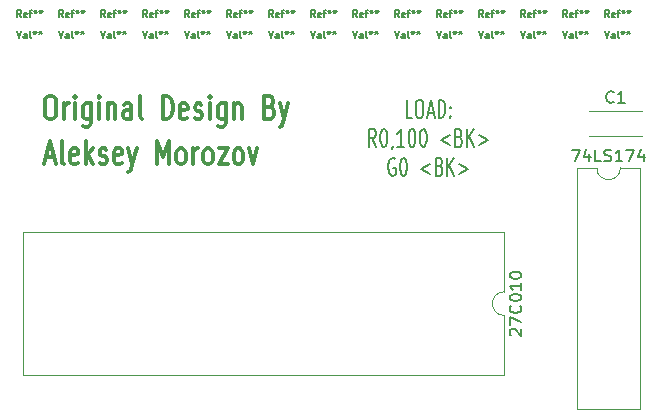
<source format=gbr>
G04 #@! TF.GenerationSoftware,KiCad,Pcbnew,(5.1.4)-1*
G04 #@! TF.CreationDate,2019-11-15T07:05:28+03:00*
G04 #@! TF.ProjectId,ApogeeRom,41706f67-6565-4526-9f6d-2e6b69636164,rev?*
G04 #@! TF.SameCoordinates,Original*
G04 #@! TF.FileFunction,Legend,Top*
G04 #@! TF.FilePolarity,Positive*
%FSLAX46Y46*%
G04 Gerber Fmt 4.6, Leading zero omitted, Abs format (unit mm)*
G04 Created by KiCad (PCBNEW (5.1.4)-1) date 2019-11-15 07:05:28*
%MOMM*%
%LPD*%
G04 APERTURE LIST*
%ADD10C,0.200000*%
%ADD11C,0.300000*%
%ADD12C,0.120000*%
%ADD13C,0.150000*%
%ADD14C,0.127000*%
G04 APERTURE END LIST*
D10*
X137049047Y-74428571D02*
X136572857Y-74428571D01*
X136572857Y-72928571D01*
X137572857Y-72928571D02*
X137763333Y-72928571D01*
X137858571Y-73000000D01*
X137953809Y-73142857D01*
X138001428Y-73428571D01*
X138001428Y-73928571D01*
X137953809Y-74214285D01*
X137858571Y-74357142D01*
X137763333Y-74428571D01*
X137572857Y-74428571D01*
X137477619Y-74357142D01*
X137382380Y-74214285D01*
X137334761Y-73928571D01*
X137334761Y-73428571D01*
X137382380Y-73142857D01*
X137477619Y-73000000D01*
X137572857Y-72928571D01*
X138382380Y-74000000D02*
X138858571Y-74000000D01*
X138287142Y-74428571D02*
X138620476Y-72928571D01*
X138953809Y-74428571D01*
X139287142Y-74428571D02*
X139287142Y-72928571D01*
X139525238Y-72928571D01*
X139668095Y-73000000D01*
X139763333Y-73142857D01*
X139810952Y-73285714D01*
X139858571Y-73571428D01*
X139858571Y-73785714D01*
X139810952Y-74071428D01*
X139763333Y-74214285D01*
X139668095Y-74357142D01*
X139525238Y-74428571D01*
X139287142Y-74428571D01*
X140287142Y-74285714D02*
X140334761Y-74357142D01*
X140287142Y-74428571D01*
X140239523Y-74357142D01*
X140287142Y-74285714D01*
X140287142Y-74428571D01*
X140287142Y-73500000D02*
X140334761Y-73571428D01*
X140287142Y-73642857D01*
X140239523Y-73571428D01*
X140287142Y-73500000D01*
X140287142Y-73642857D01*
X133977619Y-76878571D02*
X133644285Y-76164285D01*
X133406190Y-76878571D02*
X133406190Y-75378571D01*
X133787142Y-75378571D01*
X133882380Y-75450000D01*
X133930000Y-75521428D01*
X133977619Y-75664285D01*
X133977619Y-75878571D01*
X133930000Y-76021428D01*
X133882380Y-76092857D01*
X133787142Y-76164285D01*
X133406190Y-76164285D01*
X134596666Y-75378571D02*
X134691904Y-75378571D01*
X134787142Y-75450000D01*
X134834761Y-75521428D01*
X134882380Y-75664285D01*
X134930000Y-75950000D01*
X134930000Y-76307142D01*
X134882380Y-76592857D01*
X134834761Y-76735714D01*
X134787142Y-76807142D01*
X134691904Y-76878571D01*
X134596666Y-76878571D01*
X134501428Y-76807142D01*
X134453809Y-76735714D01*
X134406190Y-76592857D01*
X134358571Y-76307142D01*
X134358571Y-75950000D01*
X134406190Y-75664285D01*
X134453809Y-75521428D01*
X134501428Y-75450000D01*
X134596666Y-75378571D01*
X135406190Y-76807142D02*
X135406190Y-76878571D01*
X135358571Y-77021428D01*
X135310952Y-77092857D01*
X136358571Y-76878571D02*
X135787142Y-76878571D01*
X136072857Y-76878571D02*
X136072857Y-75378571D01*
X135977619Y-75592857D01*
X135882380Y-75735714D01*
X135787142Y-75807142D01*
X136977619Y-75378571D02*
X137072857Y-75378571D01*
X137168095Y-75450000D01*
X137215714Y-75521428D01*
X137263333Y-75664285D01*
X137310952Y-75950000D01*
X137310952Y-76307142D01*
X137263333Y-76592857D01*
X137215714Y-76735714D01*
X137168095Y-76807142D01*
X137072857Y-76878571D01*
X136977619Y-76878571D01*
X136882380Y-76807142D01*
X136834761Y-76735714D01*
X136787142Y-76592857D01*
X136739523Y-76307142D01*
X136739523Y-75950000D01*
X136787142Y-75664285D01*
X136834761Y-75521428D01*
X136882380Y-75450000D01*
X136977619Y-75378571D01*
X137930000Y-75378571D02*
X138025238Y-75378571D01*
X138120476Y-75450000D01*
X138168095Y-75521428D01*
X138215714Y-75664285D01*
X138263333Y-75950000D01*
X138263333Y-76307142D01*
X138215714Y-76592857D01*
X138168095Y-76735714D01*
X138120476Y-76807142D01*
X138025238Y-76878571D01*
X137930000Y-76878571D01*
X137834761Y-76807142D01*
X137787142Y-76735714D01*
X137739523Y-76592857D01*
X137691904Y-76307142D01*
X137691904Y-75950000D01*
X137739523Y-75664285D01*
X137787142Y-75521428D01*
X137834761Y-75450000D01*
X137930000Y-75378571D01*
X140215714Y-75878571D02*
X139453809Y-76307142D01*
X140215714Y-76735714D01*
X141025238Y-76092857D02*
X141168095Y-76164285D01*
X141215714Y-76235714D01*
X141263333Y-76378571D01*
X141263333Y-76592857D01*
X141215714Y-76735714D01*
X141168095Y-76807142D01*
X141072857Y-76878571D01*
X140691904Y-76878571D01*
X140691904Y-75378571D01*
X141025238Y-75378571D01*
X141120476Y-75450000D01*
X141168095Y-75521428D01*
X141215714Y-75664285D01*
X141215714Y-75807142D01*
X141168095Y-75950000D01*
X141120476Y-76021428D01*
X141025238Y-76092857D01*
X140691904Y-76092857D01*
X141691904Y-76878571D02*
X141691904Y-75378571D01*
X142263333Y-76878571D02*
X141834761Y-76021428D01*
X142263333Y-75378571D02*
X141691904Y-76235714D01*
X142691904Y-75878571D02*
X143453809Y-76307142D01*
X142691904Y-76735714D01*
X135596666Y-77900000D02*
X135501428Y-77828571D01*
X135358571Y-77828571D01*
X135215714Y-77900000D01*
X135120476Y-78042857D01*
X135072857Y-78185714D01*
X135025238Y-78471428D01*
X135025238Y-78685714D01*
X135072857Y-78971428D01*
X135120476Y-79114285D01*
X135215714Y-79257142D01*
X135358571Y-79328571D01*
X135453809Y-79328571D01*
X135596666Y-79257142D01*
X135644285Y-79185714D01*
X135644285Y-78685714D01*
X135453809Y-78685714D01*
X136263333Y-77828571D02*
X136358571Y-77828571D01*
X136453809Y-77900000D01*
X136501428Y-77971428D01*
X136549047Y-78114285D01*
X136596666Y-78400000D01*
X136596666Y-78757142D01*
X136549047Y-79042857D01*
X136501428Y-79185714D01*
X136453809Y-79257142D01*
X136358571Y-79328571D01*
X136263333Y-79328571D01*
X136168095Y-79257142D01*
X136120476Y-79185714D01*
X136072857Y-79042857D01*
X136025238Y-78757142D01*
X136025238Y-78400000D01*
X136072857Y-78114285D01*
X136120476Y-77971428D01*
X136168095Y-77900000D01*
X136263333Y-77828571D01*
X138549047Y-78328571D02*
X137787142Y-78757142D01*
X138549047Y-79185714D01*
X139358571Y-78542857D02*
X139501428Y-78614285D01*
X139549047Y-78685714D01*
X139596666Y-78828571D01*
X139596666Y-79042857D01*
X139549047Y-79185714D01*
X139501428Y-79257142D01*
X139406190Y-79328571D01*
X139025238Y-79328571D01*
X139025238Y-77828571D01*
X139358571Y-77828571D01*
X139453809Y-77900000D01*
X139501428Y-77971428D01*
X139549047Y-78114285D01*
X139549047Y-78257142D01*
X139501428Y-78400000D01*
X139453809Y-78471428D01*
X139358571Y-78542857D01*
X139025238Y-78542857D01*
X140025238Y-79328571D02*
X140025238Y-77828571D01*
X140596666Y-79328571D02*
X140168095Y-78471428D01*
X140596666Y-77828571D02*
X140025238Y-78685714D01*
X141025238Y-78328571D02*
X141787142Y-78757142D01*
X141025238Y-79185714D01*
D11*
X106006428Y-77803333D02*
X106720714Y-77803333D01*
X105863571Y-78374761D02*
X106363571Y-76374761D01*
X106863571Y-78374761D01*
X107577857Y-78374761D02*
X107435000Y-78279523D01*
X107363571Y-78089047D01*
X107363571Y-76374761D01*
X108720714Y-78279523D02*
X108577857Y-78374761D01*
X108292142Y-78374761D01*
X108149285Y-78279523D01*
X108077857Y-78089047D01*
X108077857Y-77327142D01*
X108149285Y-77136666D01*
X108292142Y-77041428D01*
X108577857Y-77041428D01*
X108720714Y-77136666D01*
X108792142Y-77327142D01*
X108792142Y-77517619D01*
X108077857Y-77708095D01*
X109435000Y-78374761D02*
X109435000Y-76374761D01*
X109577857Y-77612857D02*
X110006428Y-78374761D01*
X110006428Y-77041428D02*
X109435000Y-77803333D01*
X110577857Y-78279523D02*
X110720714Y-78374761D01*
X111006428Y-78374761D01*
X111149285Y-78279523D01*
X111220714Y-78089047D01*
X111220714Y-77993809D01*
X111149285Y-77803333D01*
X111006428Y-77708095D01*
X110792142Y-77708095D01*
X110649285Y-77612857D01*
X110577857Y-77422380D01*
X110577857Y-77327142D01*
X110649285Y-77136666D01*
X110792142Y-77041428D01*
X111006428Y-77041428D01*
X111149285Y-77136666D01*
X112435000Y-78279523D02*
X112292142Y-78374761D01*
X112006428Y-78374761D01*
X111863571Y-78279523D01*
X111792142Y-78089047D01*
X111792142Y-77327142D01*
X111863571Y-77136666D01*
X112006428Y-77041428D01*
X112292142Y-77041428D01*
X112435000Y-77136666D01*
X112506428Y-77327142D01*
X112506428Y-77517619D01*
X111792142Y-77708095D01*
X113006428Y-77041428D02*
X113363571Y-78374761D01*
X113720714Y-77041428D02*
X113363571Y-78374761D01*
X113220714Y-78850952D01*
X113149285Y-78946190D01*
X113006428Y-79041428D01*
X115435000Y-78374761D02*
X115435000Y-76374761D01*
X115935000Y-77803333D01*
X116435000Y-76374761D01*
X116435000Y-78374761D01*
X117363571Y-78374761D02*
X117220714Y-78279523D01*
X117149285Y-78184285D01*
X117077857Y-77993809D01*
X117077857Y-77422380D01*
X117149285Y-77231904D01*
X117220714Y-77136666D01*
X117363571Y-77041428D01*
X117577857Y-77041428D01*
X117720714Y-77136666D01*
X117792142Y-77231904D01*
X117863571Y-77422380D01*
X117863571Y-77993809D01*
X117792142Y-78184285D01*
X117720714Y-78279523D01*
X117577857Y-78374761D01*
X117363571Y-78374761D01*
X118506428Y-78374761D02*
X118506428Y-77041428D01*
X118506428Y-77422380D02*
X118577857Y-77231904D01*
X118649285Y-77136666D01*
X118792142Y-77041428D01*
X118935000Y-77041428D01*
X119649285Y-78374761D02*
X119506428Y-78279523D01*
X119435000Y-78184285D01*
X119363571Y-77993809D01*
X119363571Y-77422380D01*
X119435000Y-77231904D01*
X119506428Y-77136666D01*
X119649285Y-77041428D01*
X119863571Y-77041428D01*
X120006428Y-77136666D01*
X120077857Y-77231904D01*
X120149285Y-77422380D01*
X120149285Y-77993809D01*
X120077857Y-78184285D01*
X120006428Y-78279523D01*
X119863571Y-78374761D01*
X119649285Y-78374761D01*
X120649285Y-77041428D02*
X121435000Y-77041428D01*
X120649285Y-78374761D01*
X121435000Y-78374761D01*
X122220714Y-78374761D02*
X122077857Y-78279523D01*
X122006428Y-78184285D01*
X121935000Y-77993809D01*
X121935000Y-77422380D01*
X122006428Y-77231904D01*
X122077857Y-77136666D01*
X122220714Y-77041428D01*
X122435000Y-77041428D01*
X122577857Y-77136666D01*
X122649285Y-77231904D01*
X122720714Y-77422380D01*
X122720714Y-77993809D01*
X122649285Y-78184285D01*
X122577857Y-78279523D01*
X122435000Y-78374761D01*
X122220714Y-78374761D01*
X123220714Y-77041428D02*
X123577857Y-78374761D01*
X123935000Y-77041428D01*
X106276428Y-72564761D02*
X106562142Y-72564761D01*
X106705000Y-72660000D01*
X106847857Y-72850476D01*
X106919285Y-73231428D01*
X106919285Y-73898095D01*
X106847857Y-74279047D01*
X106705000Y-74469523D01*
X106562142Y-74564761D01*
X106276428Y-74564761D01*
X106133571Y-74469523D01*
X105990714Y-74279047D01*
X105919285Y-73898095D01*
X105919285Y-73231428D01*
X105990714Y-72850476D01*
X106133571Y-72660000D01*
X106276428Y-72564761D01*
X107562142Y-74564761D02*
X107562142Y-73231428D01*
X107562142Y-73612380D02*
X107633571Y-73421904D01*
X107705000Y-73326666D01*
X107847857Y-73231428D01*
X107990714Y-73231428D01*
X108490714Y-74564761D02*
X108490714Y-73231428D01*
X108490714Y-72564761D02*
X108419285Y-72660000D01*
X108490714Y-72755238D01*
X108562142Y-72660000D01*
X108490714Y-72564761D01*
X108490714Y-72755238D01*
X109847857Y-73231428D02*
X109847857Y-74850476D01*
X109776428Y-75040952D01*
X109705000Y-75136190D01*
X109562142Y-75231428D01*
X109347857Y-75231428D01*
X109205000Y-75136190D01*
X109847857Y-74469523D02*
X109705000Y-74564761D01*
X109419285Y-74564761D01*
X109276428Y-74469523D01*
X109205000Y-74374285D01*
X109133571Y-74183809D01*
X109133571Y-73612380D01*
X109205000Y-73421904D01*
X109276428Y-73326666D01*
X109419285Y-73231428D01*
X109705000Y-73231428D01*
X109847857Y-73326666D01*
X110562142Y-74564761D02*
X110562142Y-73231428D01*
X110562142Y-72564761D02*
X110490714Y-72660000D01*
X110562142Y-72755238D01*
X110633571Y-72660000D01*
X110562142Y-72564761D01*
X110562142Y-72755238D01*
X111276428Y-73231428D02*
X111276428Y-74564761D01*
X111276428Y-73421904D02*
X111347857Y-73326666D01*
X111490714Y-73231428D01*
X111705000Y-73231428D01*
X111847857Y-73326666D01*
X111919285Y-73517142D01*
X111919285Y-74564761D01*
X113276428Y-74564761D02*
X113276428Y-73517142D01*
X113205000Y-73326666D01*
X113062142Y-73231428D01*
X112776428Y-73231428D01*
X112633571Y-73326666D01*
X113276428Y-74469523D02*
X113133571Y-74564761D01*
X112776428Y-74564761D01*
X112633571Y-74469523D01*
X112562142Y-74279047D01*
X112562142Y-74088571D01*
X112633571Y-73898095D01*
X112776428Y-73802857D01*
X113133571Y-73802857D01*
X113276428Y-73707619D01*
X114205000Y-74564761D02*
X114062142Y-74469523D01*
X113990714Y-74279047D01*
X113990714Y-72564761D01*
X115919285Y-74564761D02*
X115919285Y-72564761D01*
X116276428Y-72564761D01*
X116490714Y-72660000D01*
X116633571Y-72850476D01*
X116705000Y-73040952D01*
X116776428Y-73421904D01*
X116776428Y-73707619D01*
X116705000Y-74088571D01*
X116633571Y-74279047D01*
X116490714Y-74469523D01*
X116276428Y-74564761D01*
X115919285Y-74564761D01*
X117990714Y-74469523D02*
X117847857Y-74564761D01*
X117562142Y-74564761D01*
X117419285Y-74469523D01*
X117347857Y-74279047D01*
X117347857Y-73517142D01*
X117419285Y-73326666D01*
X117562142Y-73231428D01*
X117847857Y-73231428D01*
X117990714Y-73326666D01*
X118062142Y-73517142D01*
X118062142Y-73707619D01*
X117347857Y-73898095D01*
X118633571Y-74469523D02*
X118776428Y-74564761D01*
X119062142Y-74564761D01*
X119205000Y-74469523D01*
X119276428Y-74279047D01*
X119276428Y-74183809D01*
X119205000Y-73993333D01*
X119062142Y-73898095D01*
X118847857Y-73898095D01*
X118705000Y-73802857D01*
X118633571Y-73612380D01*
X118633571Y-73517142D01*
X118705000Y-73326666D01*
X118847857Y-73231428D01*
X119062142Y-73231428D01*
X119205000Y-73326666D01*
X119919285Y-74564761D02*
X119919285Y-73231428D01*
X119919285Y-72564761D02*
X119847857Y-72660000D01*
X119919285Y-72755238D01*
X119990714Y-72660000D01*
X119919285Y-72564761D01*
X119919285Y-72755238D01*
X121276428Y-73231428D02*
X121276428Y-74850476D01*
X121205000Y-75040952D01*
X121133571Y-75136190D01*
X120990714Y-75231428D01*
X120776428Y-75231428D01*
X120633571Y-75136190D01*
X121276428Y-74469523D02*
X121133571Y-74564761D01*
X120847857Y-74564761D01*
X120705000Y-74469523D01*
X120633571Y-74374285D01*
X120562142Y-74183809D01*
X120562142Y-73612380D01*
X120633571Y-73421904D01*
X120705000Y-73326666D01*
X120847857Y-73231428D01*
X121133571Y-73231428D01*
X121276428Y-73326666D01*
X121990714Y-73231428D02*
X121990714Y-74564761D01*
X121990714Y-73421904D02*
X122062142Y-73326666D01*
X122205000Y-73231428D01*
X122419285Y-73231428D01*
X122562142Y-73326666D01*
X122633571Y-73517142D01*
X122633571Y-74564761D01*
X124990714Y-73517142D02*
X125205000Y-73612380D01*
X125276428Y-73707619D01*
X125347857Y-73898095D01*
X125347857Y-74183809D01*
X125276428Y-74374285D01*
X125205000Y-74469523D01*
X125062142Y-74564761D01*
X124490714Y-74564761D01*
X124490714Y-72564761D01*
X124990714Y-72564761D01*
X125133571Y-72660000D01*
X125205000Y-72755238D01*
X125276428Y-72945714D01*
X125276428Y-73136190D01*
X125205000Y-73326666D01*
X125133571Y-73421904D01*
X124990714Y-73517142D01*
X124490714Y-73517142D01*
X125847857Y-73231428D02*
X126205000Y-74564761D01*
X126562142Y-73231428D02*
X126205000Y-74564761D01*
X126062142Y-75040952D01*
X125990714Y-75136190D01*
X125847857Y-75231428D01*
D12*
X156535000Y-75985000D02*
X156535000Y-76000000D01*
X156535000Y-73860000D02*
X156535000Y-73875000D01*
X151995000Y-75985000D02*
X151995000Y-76000000D01*
X151995000Y-73860000D02*
X151995000Y-73875000D01*
X151995000Y-76000000D02*
X156535000Y-76000000D01*
X151995000Y-73860000D02*
X156535000Y-73860000D01*
X156320000Y-78680000D02*
X154670000Y-78680000D01*
X156320000Y-99120000D02*
X156320000Y-78680000D01*
X151020000Y-99120000D02*
X156320000Y-99120000D01*
X151020000Y-78680000D02*
X151020000Y-99120000D01*
X152670000Y-78680000D02*
X151020000Y-78680000D01*
X154670000Y-78680000D02*
G75*
G02X152670000Y-78680000I-1000000J0D01*
G01*
X144840000Y-96230000D02*
X144840000Y-91170000D01*
X104080000Y-96230000D02*
X144840000Y-96230000D01*
X104080000Y-84110000D02*
X104080000Y-96230000D01*
X144840000Y-84110000D02*
X104080000Y-84110000D01*
X144840000Y-89170000D02*
X144840000Y-84110000D01*
X144840000Y-91170000D02*
G75*
G02X144840000Y-89170000I0J1000000D01*
G01*
D13*
X154098333Y-73087142D02*
X154050714Y-73134761D01*
X153907857Y-73182380D01*
X153812619Y-73182380D01*
X153669761Y-73134761D01*
X153574523Y-73039523D01*
X153526904Y-72944285D01*
X153479285Y-72753809D01*
X153479285Y-72610952D01*
X153526904Y-72420476D01*
X153574523Y-72325238D01*
X153669761Y-72230000D01*
X153812619Y-72182380D01*
X153907857Y-72182380D01*
X154050714Y-72230000D01*
X154098333Y-72277619D01*
X155050714Y-73182380D02*
X154479285Y-73182380D01*
X154765000Y-73182380D02*
X154765000Y-72182380D01*
X154669761Y-72325238D01*
X154574523Y-72420476D01*
X154479285Y-72468095D01*
D14*
X103936800Y-65934771D02*
X103733600Y-65644485D01*
X103588457Y-65934771D02*
X103588457Y-65325171D01*
X103820685Y-65325171D01*
X103878742Y-65354200D01*
X103907771Y-65383228D01*
X103936800Y-65441285D01*
X103936800Y-65528371D01*
X103907771Y-65586428D01*
X103878742Y-65615457D01*
X103820685Y-65644485D01*
X103588457Y-65644485D01*
X104430285Y-65905742D02*
X104372228Y-65934771D01*
X104256114Y-65934771D01*
X104198057Y-65905742D01*
X104169028Y-65847685D01*
X104169028Y-65615457D01*
X104198057Y-65557400D01*
X104256114Y-65528371D01*
X104372228Y-65528371D01*
X104430285Y-65557400D01*
X104459314Y-65615457D01*
X104459314Y-65673514D01*
X104169028Y-65731571D01*
X104633485Y-65528371D02*
X104865714Y-65528371D01*
X104720571Y-65934771D02*
X104720571Y-65412257D01*
X104749600Y-65354200D01*
X104807657Y-65325171D01*
X104865714Y-65325171D01*
X105156000Y-65325171D02*
X105156000Y-65470314D01*
X105010857Y-65412257D02*
X105156000Y-65470314D01*
X105301142Y-65412257D01*
X105068914Y-65586428D02*
X105156000Y-65470314D01*
X105243085Y-65586428D01*
X105620457Y-65325171D02*
X105620457Y-65470314D01*
X105475314Y-65412257D02*
X105620457Y-65470314D01*
X105765600Y-65412257D01*
X105533371Y-65586428D02*
X105620457Y-65470314D01*
X105707542Y-65586428D01*
X103544914Y-67103171D02*
X103748114Y-67712771D01*
X103951314Y-67103171D01*
X104415771Y-67712771D02*
X104415771Y-67393457D01*
X104386742Y-67335400D01*
X104328685Y-67306371D01*
X104212571Y-67306371D01*
X104154514Y-67335400D01*
X104415771Y-67683742D02*
X104357714Y-67712771D01*
X104212571Y-67712771D01*
X104154514Y-67683742D01*
X104125485Y-67625685D01*
X104125485Y-67567628D01*
X104154514Y-67509571D01*
X104212571Y-67480542D01*
X104357714Y-67480542D01*
X104415771Y-67451514D01*
X104793142Y-67712771D02*
X104735085Y-67683742D01*
X104706057Y-67625685D01*
X104706057Y-67103171D01*
X105112457Y-67103171D02*
X105112457Y-67248314D01*
X104967314Y-67190257D02*
X105112457Y-67248314D01*
X105257600Y-67190257D01*
X105025371Y-67364428D02*
X105112457Y-67248314D01*
X105199542Y-67364428D01*
X105576914Y-67103171D02*
X105576914Y-67248314D01*
X105431771Y-67190257D02*
X105576914Y-67248314D01*
X105722057Y-67190257D01*
X105489828Y-67364428D02*
X105576914Y-67248314D01*
X105664000Y-67364428D01*
X107492800Y-65934771D02*
X107289600Y-65644485D01*
X107144457Y-65934771D02*
X107144457Y-65325171D01*
X107376685Y-65325171D01*
X107434742Y-65354200D01*
X107463771Y-65383228D01*
X107492800Y-65441285D01*
X107492800Y-65528371D01*
X107463771Y-65586428D01*
X107434742Y-65615457D01*
X107376685Y-65644485D01*
X107144457Y-65644485D01*
X107986285Y-65905742D02*
X107928228Y-65934771D01*
X107812114Y-65934771D01*
X107754057Y-65905742D01*
X107725028Y-65847685D01*
X107725028Y-65615457D01*
X107754057Y-65557400D01*
X107812114Y-65528371D01*
X107928228Y-65528371D01*
X107986285Y-65557400D01*
X108015314Y-65615457D01*
X108015314Y-65673514D01*
X107725028Y-65731571D01*
X108189485Y-65528371D02*
X108421714Y-65528371D01*
X108276571Y-65934771D02*
X108276571Y-65412257D01*
X108305600Y-65354200D01*
X108363657Y-65325171D01*
X108421714Y-65325171D01*
X108712000Y-65325171D02*
X108712000Y-65470314D01*
X108566857Y-65412257D02*
X108712000Y-65470314D01*
X108857142Y-65412257D01*
X108624914Y-65586428D02*
X108712000Y-65470314D01*
X108799085Y-65586428D01*
X109176457Y-65325171D02*
X109176457Y-65470314D01*
X109031314Y-65412257D02*
X109176457Y-65470314D01*
X109321600Y-65412257D01*
X109089371Y-65586428D02*
X109176457Y-65470314D01*
X109263542Y-65586428D01*
X107100914Y-67103171D02*
X107304114Y-67712771D01*
X107507314Y-67103171D01*
X107971771Y-67712771D02*
X107971771Y-67393457D01*
X107942742Y-67335400D01*
X107884685Y-67306371D01*
X107768571Y-67306371D01*
X107710514Y-67335400D01*
X107971771Y-67683742D02*
X107913714Y-67712771D01*
X107768571Y-67712771D01*
X107710514Y-67683742D01*
X107681485Y-67625685D01*
X107681485Y-67567628D01*
X107710514Y-67509571D01*
X107768571Y-67480542D01*
X107913714Y-67480542D01*
X107971771Y-67451514D01*
X108349142Y-67712771D02*
X108291085Y-67683742D01*
X108262057Y-67625685D01*
X108262057Y-67103171D01*
X108668457Y-67103171D02*
X108668457Y-67248314D01*
X108523314Y-67190257D02*
X108668457Y-67248314D01*
X108813600Y-67190257D01*
X108581371Y-67364428D02*
X108668457Y-67248314D01*
X108755542Y-67364428D01*
X109132914Y-67103171D02*
X109132914Y-67248314D01*
X108987771Y-67190257D02*
X109132914Y-67248314D01*
X109278057Y-67190257D01*
X109045828Y-67364428D02*
X109132914Y-67248314D01*
X109220000Y-67364428D01*
X111048800Y-65934771D02*
X110845600Y-65644485D01*
X110700457Y-65934771D02*
X110700457Y-65325171D01*
X110932685Y-65325171D01*
X110990742Y-65354200D01*
X111019771Y-65383228D01*
X111048800Y-65441285D01*
X111048800Y-65528371D01*
X111019771Y-65586428D01*
X110990742Y-65615457D01*
X110932685Y-65644485D01*
X110700457Y-65644485D01*
X111542285Y-65905742D02*
X111484228Y-65934771D01*
X111368114Y-65934771D01*
X111310057Y-65905742D01*
X111281028Y-65847685D01*
X111281028Y-65615457D01*
X111310057Y-65557400D01*
X111368114Y-65528371D01*
X111484228Y-65528371D01*
X111542285Y-65557400D01*
X111571314Y-65615457D01*
X111571314Y-65673514D01*
X111281028Y-65731571D01*
X111745485Y-65528371D02*
X111977714Y-65528371D01*
X111832571Y-65934771D02*
X111832571Y-65412257D01*
X111861600Y-65354200D01*
X111919657Y-65325171D01*
X111977714Y-65325171D01*
X112268000Y-65325171D02*
X112268000Y-65470314D01*
X112122857Y-65412257D02*
X112268000Y-65470314D01*
X112413142Y-65412257D01*
X112180914Y-65586428D02*
X112268000Y-65470314D01*
X112355085Y-65586428D01*
X112732457Y-65325171D02*
X112732457Y-65470314D01*
X112587314Y-65412257D02*
X112732457Y-65470314D01*
X112877600Y-65412257D01*
X112645371Y-65586428D02*
X112732457Y-65470314D01*
X112819542Y-65586428D01*
X110656914Y-67103171D02*
X110860114Y-67712771D01*
X111063314Y-67103171D01*
X111527771Y-67712771D02*
X111527771Y-67393457D01*
X111498742Y-67335400D01*
X111440685Y-67306371D01*
X111324571Y-67306371D01*
X111266514Y-67335400D01*
X111527771Y-67683742D02*
X111469714Y-67712771D01*
X111324571Y-67712771D01*
X111266514Y-67683742D01*
X111237485Y-67625685D01*
X111237485Y-67567628D01*
X111266514Y-67509571D01*
X111324571Y-67480542D01*
X111469714Y-67480542D01*
X111527771Y-67451514D01*
X111905142Y-67712771D02*
X111847085Y-67683742D01*
X111818057Y-67625685D01*
X111818057Y-67103171D01*
X112224457Y-67103171D02*
X112224457Y-67248314D01*
X112079314Y-67190257D02*
X112224457Y-67248314D01*
X112369600Y-67190257D01*
X112137371Y-67364428D02*
X112224457Y-67248314D01*
X112311542Y-67364428D01*
X112688914Y-67103171D02*
X112688914Y-67248314D01*
X112543771Y-67190257D02*
X112688914Y-67248314D01*
X112834057Y-67190257D01*
X112601828Y-67364428D02*
X112688914Y-67248314D01*
X112776000Y-67364428D01*
X114604800Y-65934771D02*
X114401600Y-65644485D01*
X114256457Y-65934771D02*
X114256457Y-65325171D01*
X114488685Y-65325171D01*
X114546742Y-65354200D01*
X114575771Y-65383228D01*
X114604800Y-65441285D01*
X114604800Y-65528371D01*
X114575771Y-65586428D01*
X114546742Y-65615457D01*
X114488685Y-65644485D01*
X114256457Y-65644485D01*
X115098285Y-65905742D02*
X115040228Y-65934771D01*
X114924114Y-65934771D01*
X114866057Y-65905742D01*
X114837028Y-65847685D01*
X114837028Y-65615457D01*
X114866057Y-65557400D01*
X114924114Y-65528371D01*
X115040228Y-65528371D01*
X115098285Y-65557400D01*
X115127314Y-65615457D01*
X115127314Y-65673514D01*
X114837028Y-65731571D01*
X115301485Y-65528371D02*
X115533714Y-65528371D01*
X115388571Y-65934771D02*
X115388571Y-65412257D01*
X115417600Y-65354200D01*
X115475657Y-65325171D01*
X115533714Y-65325171D01*
X115824000Y-65325171D02*
X115824000Y-65470314D01*
X115678857Y-65412257D02*
X115824000Y-65470314D01*
X115969142Y-65412257D01*
X115736914Y-65586428D02*
X115824000Y-65470314D01*
X115911085Y-65586428D01*
X116288457Y-65325171D02*
X116288457Y-65470314D01*
X116143314Y-65412257D02*
X116288457Y-65470314D01*
X116433600Y-65412257D01*
X116201371Y-65586428D02*
X116288457Y-65470314D01*
X116375542Y-65586428D01*
X114212914Y-67103171D02*
X114416114Y-67712771D01*
X114619314Y-67103171D01*
X115083771Y-67712771D02*
X115083771Y-67393457D01*
X115054742Y-67335400D01*
X114996685Y-67306371D01*
X114880571Y-67306371D01*
X114822514Y-67335400D01*
X115083771Y-67683742D02*
X115025714Y-67712771D01*
X114880571Y-67712771D01*
X114822514Y-67683742D01*
X114793485Y-67625685D01*
X114793485Y-67567628D01*
X114822514Y-67509571D01*
X114880571Y-67480542D01*
X115025714Y-67480542D01*
X115083771Y-67451514D01*
X115461142Y-67712771D02*
X115403085Y-67683742D01*
X115374057Y-67625685D01*
X115374057Y-67103171D01*
X115780457Y-67103171D02*
X115780457Y-67248314D01*
X115635314Y-67190257D02*
X115780457Y-67248314D01*
X115925600Y-67190257D01*
X115693371Y-67364428D02*
X115780457Y-67248314D01*
X115867542Y-67364428D01*
X116244914Y-67103171D02*
X116244914Y-67248314D01*
X116099771Y-67190257D02*
X116244914Y-67248314D01*
X116390057Y-67190257D01*
X116157828Y-67364428D02*
X116244914Y-67248314D01*
X116332000Y-67364428D01*
X118160800Y-65934771D02*
X117957600Y-65644485D01*
X117812457Y-65934771D02*
X117812457Y-65325171D01*
X118044685Y-65325171D01*
X118102742Y-65354200D01*
X118131771Y-65383228D01*
X118160800Y-65441285D01*
X118160800Y-65528371D01*
X118131771Y-65586428D01*
X118102742Y-65615457D01*
X118044685Y-65644485D01*
X117812457Y-65644485D01*
X118654285Y-65905742D02*
X118596228Y-65934771D01*
X118480114Y-65934771D01*
X118422057Y-65905742D01*
X118393028Y-65847685D01*
X118393028Y-65615457D01*
X118422057Y-65557400D01*
X118480114Y-65528371D01*
X118596228Y-65528371D01*
X118654285Y-65557400D01*
X118683314Y-65615457D01*
X118683314Y-65673514D01*
X118393028Y-65731571D01*
X118857485Y-65528371D02*
X119089714Y-65528371D01*
X118944571Y-65934771D02*
X118944571Y-65412257D01*
X118973600Y-65354200D01*
X119031657Y-65325171D01*
X119089714Y-65325171D01*
X119380000Y-65325171D02*
X119380000Y-65470314D01*
X119234857Y-65412257D02*
X119380000Y-65470314D01*
X119525142Y-65412257D01*
X119292914Y-65586428D02*
X119380000Y-65470314D01*
X119467085Y-65586428D01*
X119844457Y-65325171D02*
X119844457Y-65470314D01*
X119699314Y-65412257D02*
X119844457Y-65470314D01*
X119989600Y-65412257D01*
X119757371Y-65586428D02*
X119844457Y-65470314D01*
X119931542Y-65586428D01*
X117768914Y-67103171D02*
X117972114Y-67712771D01*
X118175314Y-67103171D01*
X118639771Y-67712771D02*
X118639771Y-67393457D01*
X118610742Y-67335400D01*
X118552685Y-67306371D01*
X118436571Y-67306371D01*
X118378514Y-67335400D01*
X118639771Y-67683742D02*
X118581714Y-67712771D01*
X118436571Y-67712771D01*
X118378514Y-67683742D01*
X118349485Y-67625685D01*
X118349485Y-67567628D01*
X118378514Y-67509571D01*
X118436571Y-67480542D01*
X118581714Y-67480542D01*
X118639771Y-67451514D01*
X119017142Y-67712771D02*
X118959085Y-67683742D01*
X118930057Y-67625685D01*
X118930057Y-67103171D01*
X119336457Y-67103171D02*
X119336457Y-67248314D01*
X119191314Y-67190257D02*
X119336457Y-67248314D01*
X119481600Y-67190257D01*
X119249371Y-67364428D02*
X119336457Y-67248314D01*
X119423542Y-67364428D01*
X119800914Y-67103171D02*
X119800914Y-67248314D01*
X119655771Y-67190257D02*
X119800914Y-67248314D01*
X119946057Y-67190257D01*
X119713828Y-67364428D02*
X119800914Y-67248314D01*
X119888000Y-67364428D01*
X121716800Y-65934771D02*
X121513600Y-65644485D01*
X121368457Y-65934771D02*
X121368457Y-65325171D01*
X121600685Y-65325171D01*
X121658742Y-65354200D01*
X121687771Y-65383228D01*
X121716800Y-65441285D01*
X121716800Y-65528371D01*
X121687771Y-65586428D01*
X121658742Y-65615457D01*
X121600685Y-65644485D01*
X121368457Y-65644485D01*
X122210285Y-65905742D02*
X122152228Y-65934771D01*
X122036114Y-65934771D01*
X121978057Y-65905742D01*
X121949028Y-65847685D01*
X121949028Y-65615457D01*
X121978057Y-65557400D01*
X122036114Y-65528371D01*
X122152228Y-65528371D01*
X122210285Y-65557400D01*
X122239314Y-65615457D01*
X122239314Y-65673514D01*
X121949028Y-65731571D01*
X122413485Y-65528371D02*
X122645714Y-65528371D01*
X122500571Y-65934771D02*
X122500571Y-65412257D01*
X122529600Y-65354200D01*
X122587657Y-65325171D01*
X122645714Y-65325171D01*
X122936000Y-65325171D02*
X122936000Y-65470314D01*
X122790857Y-65412257D02*
X122936000Y-65470314D01*
X123081142Y-65412257D01*
X122848914Y-65586428D02*
X122936000Y-65470314D01*
X123023085Y-65586428D01*
X123400457Y-65325171D02*
X123400457Y-65470314D01*
X123255314Y-65412257D02*
X123400457Y-65470314D01*
X123545600Y-65412257D01*
X123313371Y-65586428D02*
X123400457Y-65470314D01*
X123487542Y-65586428D01*
X121324914Y-67103171D02*
X121528114Y-67712771D01*
X121731314Y-67103171D01*
X122195771Y-67712771D02*
X122195771Y-67393457D01*
X122166742Y-67335400D01*
X122108685Y-67306371D01*
X121992571Y-67306371D01*
X121934514Y-67335400D01*
X122195771Y-67683742D02*
X122137714Y-67712771D01*
X121992571Y-67712771D01*
X121934514Y-67683742D01*
X121905485Y-67625685D01*
X121905485Y-67567628D01*
X121934514Y-67509571D01*
X121992571Y-67480542D01*
X122137714Y-67480542D01*
X122195771Y-67451514D01*
X122573142Y-67712771D02*
X122515085Y-67683742D01*
X122486057Y-67625685D01*
X122486057Y-67103171D01*
X122892457Y-67103171D02*
X122892457Y-67248314D01*
X122747314Y-67190257D02*
X122892457Y-67248314D01*
X123037600Y-67190257D01*
X122805371Y-67364428D02*
X122892457Y-67248314D01*
X122979542Y-67364428D01*
X123356914Y-67103171D02*
X123356914Y-67248314D01*
X123211771Y-67190257D02*
X123356914Y-67248314D01*
X123502057Y-67190257D01*
X123269828Y-67364428D02*
X123356914Y-67248314D01*
X123444000Y-67364428D01*
X125272800Y-65934771D02*
X125069600Y-65644485D01*
X124924457Y-65934771D02*
X124924457Y-65325171D01*
X125156685Y-65325171D01*
X125214742Y-65354200D01*
X125243771Y-65383228D01*
X125272800Y-65441285D01*
X125272800Y-65528371D01*
X125243771Y-65586428D01*
X125214742Y-65615457D01*
X125156685Y-65644485D01*
X124924457Y-65644485D01*
X125766285Y-65905742D02*
X125708228Y-65934771D01*
X125592114Y-65934771D01*
X125534057Y-65905742D01*
X125505028Y-65847685D01*
X125505028Y-65615457D01*
X125534057Y-65557400D01*
X125592114Y-65528371D01*
X125708228Y-65528371D01*
X125766285Y-65557400D01*
X125795314Y-65615457D01*
X125795314Y-65673514D01*
X125505028Y-65731571D01*
X125969485Y-65528371D02*
X126201714Y-65528371D01*
X126056571Y-65934771D02*
X126056571Y-65412257D01*
X126085600Y-65354200D01*
X126143657Y-65325171D01*
X126201714Y-65325171D01*
X126492000Y-65325171D02*
X126492000Y-65470314D01*
X126346857Y-65412257D02*
X126492000Y-65470314D01*
X126637142Y-65412257D01*
X126404914Y-65586428D02*
X126492000Y-65470314D01*
X126579085Y-65586428D01*
X126956457Y-65325171D02*
X126956457Y-65470314D01*
X126811314Y-65412257D02*
X126956457Y-65470314D01*
X127101600Y-65412257D01*
X126869371Y-65586428D02*
X126956457Y-65470314D01*
X127043542Y-65586428D01*
X124880914Y-67103171D02*
X125084114Y-67712771D01*
X125287314Y-67103171D01*
X125751771Y-67712771D02*
X125751771Y-67393457D01*
X125722742Y-67335400D01*
X125664685Y-67306371D01*
X125548571Y-67306371D01*
X125490514Y-67335400D01*
X125751771Y-67683742D02*
X125693714Y-67712771D01*
X125548571Y-67712771D01*
X125490514Y-67683742D01*
X125461485Y-67625685D01*
X125461485Y-67567628D01*
X125490514Y-67509571D01*
X125548571Y-67480542D01*
X125693714Y-67480542D01*
X125751771Y-67451514D01*
X126129142Y-67712771D02*
X126071085Y-67683742D01*
X126042057Y-67625685D01*
X126042057Y-67103171D01*
X126448457Y-67103171D02*
X126448457Y-67248314D01*
X126303314Y-67190257D02*
X126448457Y-67248314D01*
X126593600Y-67190257D01*
X126361371Y-67364428D02*
X126448457Y-67248314D01*
X126535542Y-67364428D01*
X126912914Y-67103171D02*
X126912914Y-67248314D01*
X126767771Y-67190257D02*
X126912914Y-67248314D01*
X127058057Y-67190257D01*
X126825828Y-67364428D02*
X126912914Y-67248314D01*
X127000000Y-67364428D01*
X128828800Y-65934771D02*
X128625600Y-65644485D01*
X128480457Y-65934771D02*
X128480457Y-65325171D01*
X128712685Y-65325171D01*
X128770742Y-65354200D01*
X128799771Y-65383228D01*
X128828800Y-65441285D01*
X128828800Y-65528371D01*
X128799771Y-65586428D01*
X128770742Y-65615457D01*
X128712685Y-65644485D01*
X128480457Y-65644485D01*
X129322285Y-65905742D02*
X129264228Y-65934771D01*
X129148114Y-65934771D01*
X129090057Y-65905742D01*
X129061028Y-65847685D01*
X129061028Y-65615457D01*
X129090057Y-65557400D01*
X129148114Y-65528371D01*
X129264228Y-65528371D01*
X129322285Y-65557400D01*
X129351314Y-65615457D01*
X129351314Y-65673514D01*
X129061028Y-65731571D01*
X129525485Y-65528371D02*
X129757714Y-65528371D01*
X129612571Y-65934771D02*
X129612571Y-65412257D01*
X129641600Y-65354200D01*
X129699657Y-65325171D01*
X129757714Y-65325171D01*
X130048000Y-65325171D02*
X130048000Y-65470314D01*
X129902857Y-65412257D02*
X130048000Y-65470314D01*
X130193142Y-65412257D01*
X129960914Y-65586428D02*
X130048000Y-65470314D01*
X130135085Y-65586428D01*
X130512457Y-65325171D02*
X130512457Y-65470314D01*
X130367314Y-65412257D02*
X130512457Y-65470314D01*
X130657600Y-65412257D01*
X130425371Y-65586428D02*
X130512457Y-65470314D01*
X130599542Y-65586428D01*
X128436914Y-67103171D02*
X128640114Y-67712771D01*
X128843314Y-67103171D01*
X129307771Y-67712771D02*
X129307771Y-67393457D01*
X129278742Y-67335400D01*
X129220685Y-67306371D01*
X129104571Y-67306371D01*
X129046514Y-67335400D01*
X129307771Y-67683742D02*
X129249714Y-67712771D01*
X129104571Y-67712771D01*
X129046514Y-67683742D01*
X129017485Y-67625685D01*
X129017485Y-67567628D01*
X129046514Y-67509571D01*
X129104571Y-67480542D01*
X129249714Y-67480542D01*
X129307771Y-67451514D01*
X129685142Y-67712771D02*
X129627085Y-67683742D01*
X129598057Y-67625685D01*
X129598057Y-67103171D01*
X130004457Y-67103171D02*
X130004457Y-67248314D01*
X129859314Y-67190257D02*
X130004457Y-67248314D01*
X130149600Y-67190257D01*
X129917371Y-67364428D02*
X130004457Y-67248314D01*
X130091542Y-67364428D01*
X130468914Y-67103171D02*
X130468914Y-67248314D01*
X130323771Y-67190257D02*
X130468914Y-67248314D01*
X130614057Y-67190257D01*
X130381828Y-67364428D02*
X130468914Y-67248314D01*
X130556000Y-67364428D01*
X132384800Y-65934771D02*
X132181600Y-65644485D01*
X132036457Y-65934771D02*
X132036457Y-65325171D01*
X132268685Y-65325171D01*
X132326742Y-65354200D01*
X132355771Y-65383228D01*
X132384800Y-65441285D01*
X132384800Y-65528371D01*
X132355771Y-65586428D01*
X132326742Y-65615457D01*
X132268685Y-65644485D01*
X132036457Y-65644485D01*
X132878285Y-65905742D02*
X132820228Y-65934771D01*
X132704114Y-65934771D01*
X132646057Y-65905742D01*
X132617028Y-65847685D01*
X132617028Y-65615457D01*
X132646057Y-65557400D01*
X132704114Y-65528371D01*
X132820228Y-65528371D01*
X132878285Y-65557400D01*
X132907314Y-65615457D01*
X132907314Y-65673514D01*
X132617028Y-65731571D01*
X133081485Y-65528371D02*
X133313714Y-65528371D01*
X133168571Y-65934771D02*
X133168571Y-65412257D01*
X133197600Y-65354200D01*
X133255657Y-65325171D01*
X133313714Y-65325171D01*
X133604000Y-65325171D02*
X133604000Y-65470314D01*
X133458857Y-65412257D02*
X133604000Y-65470314D01*
X133749142Y-65412257D01*
X133516914Y-65586428D02*
X133604000Y-65470314D01*
X133691085Y-65586428D01*
X134068457Y-65325171D02*
X134068457Y-65470314D01*
X133923314Y-65412257D02*
X134068457Y-65470314D01*
X134213600Y-65412257D01*
X133981371Y-65586428D02*
X134068457Y-65470314D01*
X134155542Y-65586428D01*
X131992914Y-67103171D02*
X132196114Y-67712771D01*
X132399314Y-67103171D01*
X132863771Y-67712771D02*
X132863771Y-67393457D01*
X132834742Y-67335400D01*
X132776685Y-67306371D01*
X132660571Y-67306371D01*
X132602514Y-67335400D01*
X132863771Y-67683742D02*
X132805714Y-67712771D01*
X132660571Y-67712771D01*
X132602514Y-67683742D01*
X132573485Y-67625685D01*
X132573485Y-67567628D01*
X132602514Y-67509571D01*
X132660571Y-67480542D01*
X132805714Y-67480542D01*
X132863771Y-67451514D01*
X133241142Y-67712771D02*
X133183085Y-67683742D01*
X133154057Y-67625685D01*
X133154057Y-67103171D01*
X133560457Y-67103171D02*
X133560457Y-67248314D01*
X133415314Y-67190257D02*
X133560457Y-67248314D01*
X133705600Y-67190257D01*
X133473371Y-67364428D02*
X133560457Y-67248314D01*
X133647542Y-67364428D01*
X134024914Y-67103171D02*
X134024914Y-67248314D01*
X133879771Y-67190257D02*
X134024914Y-67248314D01*
X134170057Y-67190257D01*
X133937828Y-67364428D02*
X134024914Y-67248314D01*
X134112000Y-67364428D01*
X135940800Y-65934771D02*
X135737600Y-65644485D01*
X135592457Y-65934771D02*
X135592457Y-65325171D01*
X135824685Y-65325171D01*
X135882742Y-65354200D01*
X135911771Y-65383228D01*
X135940800Y-65441285D01*
X135940800Y-65528371D01*
X135911771Y-65586428D01*
X135882742Y-65615457D01*
X135824685Y-65644485D01*
X135592457Y-65644485D01*
X136434285Y-65905742D02*
X136376228Y-65934771D01*
X136260114Y-65934771D01*
X136202057Y-65905742D01*
X136173028Y-65847685D01*
X136173028Y-65615457D01*
X136202057Y-65557400D01*
X136260114Y-65528371D01*
X136376228Y-65528371D01*
X136434285Y-65557400D01*
X136463314Y-65615457D01*
X136463314Y-65673514D01*
X136173028Y-65731571D01*
X136637485Y-65528371D02*
X136869714Y-65528371D01*
X136724571Y-65934771D02*
X136724571Y-65412257D01*
X136753600Y-65354200D01*
X136811657Y-65325171D01*
X136869714Y-65325171D01*
X137160000Y-65325171D02*
X137160000Y-65470314D01*
X137014857Y-65412257D02*
X137160000Y-65470314D01*
X137305142Y-65412257D01*
X137072914Y-65586428D02*
X137160000Y-65470314D01*
X137247085Y-65586428D01*
X137624457Y-65325171D02*
X137624457Y-65470314D01*
X137479314Y-65412257D02*
X137624457Y-65470314D01*
X137769600Y-65412257D01*
X137537371Y-65586428D02*
X137624457Y-65470314D01*
X137711542Y-65586428D01*
X135548914Y-67103171D02*
X135752114Y-67712771D01*
X135955314Y-67103171D01*
X136419771Y-67712771D02*
X136419771Y-67393457D01*
X136390742Y-67335400D01*
X136332685Y-67306371D01*
X136216571Y-67306371D01*
X136158514Y-67335400D01*
X136419771Y-67683742D02*
X136361714Y-67712771D01*
X136216571Y-67712771D01*
X136158514Y-67683742D01*
X136129485Y-67625685D01*
X136129485Y-67567628D01*
X136158514Y-67509571D01*
X136216571Y-67480542D01*
X136361714Y-67480542D01*
X136419771Y-67451514D01*
X136797142Y-67712771D02*
X136739085Y-67683742D01*
X136710057Y-67625685D01*
X136710057Y-67103171D01*
X137116457Y-67103171D02*
X137116457Y-67248314D01*
X136971314Y-67190257D02*
X137116457Y-67248314D01*
X137261600Y-67190257D01*
X137029371Y-67364428D02*
X137116457Y-67248314D01*
X137203542Y-67364428D01*
X137580914Y-67103171D02*
X137580914Y-67248314D01*
X137435771Y-67190257D02*
X137580914Y-67248314D01*
X137726057Y-67190257D01*
X137493828Y-67364428D02*
X137580914Y-67248314D01*
X137668000Y-67364428D01*
X139496800Y-65934771D02*
X139293600Y-65644485D01*
X139148457Y-65934771D02*
X139148457Y-65325171D01*
X139380685Y-65325171D01*
X139438742Y-65354200D01*
X139467771Y-65383228D01*
X139496800Y-65441285D01*
X139496800Y-65528371D01*
X139467771Y-65586428D01*
X139438742Y-65615457D01*
X139380685Y-65644485D01*
X139148457Y-65644485D01*
X139990285Y-65905742D02*
X139932228Y-65934771D01*
X139816114Y-65934771D01*
X139758057Y-65905742D01*
X139729028Y-65847685D01*
X139729028Y-65615457D01*
X139758057Y-65557400D01*
X139816114Y-65528371D01*
X139932228Y-65528371D01*
X139990285Y-65557400D01*
X140019314Y-65615457D01*
X140019314Y-65673514D01*
X139729028Y-65731571D01*
X140193485Y-65528371D02*
X140425714Y-65528371D01*
X140280571Y-65934771D02*
X140280571Y-65412257D01*
X140309600Y-65354200D01*
X140367657Y-65325171D01*
X140425714Y-65325171D01*
X140716000Y-65325171D02*
X140716000Y-65470314D01*
X140570857Y-65412257D02*
X140716000Y-65470314D01*
X140861142Y-65412257D01*
X140628914Y-65586428D02*
X140716000Y-65470314D01*
X140803085Y-65586428D01*
X141180457Y-65325171D02*
X141180457Y-65470314D01*
X141035314Y-65412257D02*
X141180457Y-65470314D01*
X141325600Y-65412257D01*
X141093371Y-65586428D02*
X141180457Y-65470314D01*
X141267542Y-65586428D01*
X139104914Y-67103171D02*
X139308114Y-67712771D01*
X139511314Y-67103171D01*
X139975771Y-67712771D02*
X139975771Y-67393457D01*
X139946742Y-67335400D01*
X139888685Y-67306371D01*
X139772571Y-67306371D01*
X139714514Y-67335400D01*
X139975771Y-67683742D02*
X139917714Y-67712771D01*
X139772571Y-67712771D01*
X139714514Y-67683742D01*
X139685485Y-67625685D01*
X139685485Y-67567628D01*
X139714514Y-67509571D01*
X139772571Y-67480542D01*
X139917714Y-67480542D01*
X139975771Y-67451514D01*
X140353142Y-67712771D02*
X140295085Y-67683742D01*
X140266057Y-67625685D01*
X140266057Y-67103171D01*
X140672457Y-67103171D02*
X140672457Y-67248314D01*
X140527314Y-67190257D02*
X140672457Y-67248314D01*
X140817600Y-67190257D01*
X140585371Y-67364428D02*
X140672457Y-67248314D01*
X140759542Y-67364428D01*
X141136914Y-67103171D02*
X141136914Y-67248314D01*
X140991771Y-67190257D02*
X141136914Y-67248314D01*
X141282057Y-67190257D01*
X141049828Y-67364428D02*
X141136914Y-67248314D01*
X141224000Y-67364428D01*
X143052800Y-65934771D02*
X142849600Y-65644485D01*
X142704457Y-65934771D02*
X142704457Y-65325171D01*
X142936685Y-65325171D01*
X142994742Y-65354200D01*
X143023771Y-65383228D01*
X143052800Y-65441285D01*
X143052800Y-65528371D01*
X143023771Y-65586428D01*
X142994742Y-65615457D01*
X142936685Y-65644485D01*
X142704457Y-65644485D01*
X143546285Y-65905742D02*
X143488228Y-65934771D01*
X143372114Y-65934771D01*
X143314057Y-65905742D01*
X143285028Y-65847685D01*
X143285028Y-65615457D01*
X143314057Y-65557400D01*
X143372114Y-65528371D01*
X143488228Y-65528371D01*
X143546285Y-65557400D01*
X143575314Y-65615457D01*
X143575314Y-65673514D01*
X143285028Y-65731571D01*
X143749485Y-65528371D02*
X143981714Y-65528371D01*
X143836571Y-65934771D02*
X143836571Y-65412257D01*
X143865600Y-65354200D01*
X143923657Y-65325171D01*
X143981714Y-65325171D01*
X144272000Y-65325171D02*
X144272000Y-65470314D01*
X144126857Y-65412257D02*
X144272000Y-65470314D01*
X144417142Y-65412257D01*
X144184914Y-65586428D02*
X144272000Y-65470314D01*
X144359085Y-65586428D01*
X144736457Y-65325171D02*
X144736457Y-65470314D01*
X144591314Y-65412257D02*
X144736457Y-65470314D01*
X144881600Y-65412257D01*
X144649371Y-65586428D02*
X144736457Y-65470314D01*
X144823542Y-65586428D01*
X142660914Y-67103171D02*
X142864114Y-67712771D01*
X143067314Y-67103171D01*
X143531771Y-67712771D02*
X143531771Y-67393457D01*
X143502742Y-67335400D01*
X143444685Y-67306371D01*
X143328571Y-67306371D01*
X143270514Y-67335400D01*
X143531771Y-67683742D02*
X143473714Y-67712771D01*
X143328571Y-67712771D01*
X143270514Y-67683742D01*
X143241485Y-67625685D01*
X143241485Y-67567628D01*
X143270514Y-67509571D01*
X143328571Y-67480542D01*
X143473714Y-67480542D01*
X143531771Y-67451514D01*
X143909142Y-67712771D02*
X143851085Y-67683742D01*
X143822057Y-67625685D01*
X143822057Y-67103171D01*
X144228457Y-67103171D02*
X144228457Y-67248314D01*
X144083314Y-67190257D02*
X144228457Y-67248314D01*
X144373600Y-67190257D01*
X144141371Y-67364428D02*
X144228457Y-67248314D01*
X144315542Y-67364428D01*
X144692914Y-67103171D02*
X144692914Y-67248314D01*
X144547771Y-67190257D02*
X144692914Y-67248314D01*
X144838057Y-67190257D01*
X144605828Y-67364428D02*
X144692914Y-67248314D01*
X144780000Y-67364428D01*
X146608800Y-65934771D02*
X146405600Y-65644485D01*
X146260457Y-65934771D02*
X146260457Y-65325171D01*
X146492685Y-65325171D01*
X146550742Y-65354200D01*
X146579771Y-65383228D01*
X146608800Y-65441285D01*
X146608800Y-65528371D01*
X146579771Y-65586428D01*
X146550742Y-65615457D01*
X146492685Y-65644485D01*
X146260457Y-65644485D01*
X147102285Y-65905742D02*
X147044228Y-65934771D01*
X146928114Y-65934771D01*
X146870057Y-65905742D01*
X146841028Y-65847685D01*
X146841028Y-65615457D01*
X146870057Y-65557400D01*
X146928114Y-65528371D01*
X147044228Y-65528371D01*
X147102285Y-65557400D01*
X147131314Y-65615457D01*
X147131314Y-65673514D01*
X146841028Y-65731571D01*
X147305485Y-65528371D02*
X147537714Y-65528371D01*
X147392571Y-65934771D02*
X147392571Y-65412257D01*
X147421600Y-65354200D01*
X147479657Y-65325171D01*
X147537714Y-65325171D01*
X147828000Y-65325171D02*
X147828000Y-65470314D01*
X147682857Y-65412257D02*
X147828000Y-65470314D01*
X147973142Y-65412257D01*
X147740914Y-65586428D02*
X147828000Y-65470314D01*
X147915085Y-65586428D01*
X148292457Y-65325171D02*
X148292457Y-65470314D01*
X148147314Y-65412257D02*
X148292457Y-65470314D01*
X148437600Y-65412257D01*
X148205371Y-65586428D02*
X148292457Y-65470314D01*
X148379542Y-65586428D01*
X146216914Y-67103171D02*
X146420114Y-67712771D01*
X146623314Y-67103171D01*
X147087771Y-67712771D02*
X147087771Y-67393457D01*
X147058742Y-67335400D01*
X147000685Y-67306371D01*
X146884571Y-67306371D01*
X146826514Y-67335400D01*
X147087771Y-67683742D02*
X147029714Y-67712771D01*
X146884571Y-67712771D01*
X146826514Y-67683742D01*
X146797485Y-67625685D01*
X146797485Y-67567628D01*
X146826514Y-67509571D01*
X146884571Y-67480542D01*
X147029714Y-67480542D01*
X147087771Y-67451514D01*
X147465142Y-67712771D02*
X147407085Y-67683742D01*
X147378057Y-67625685D01*
X147378057Y-67103171D01*
X147784457Y-67103171D02*
X147784457Y-67248314D01*
X147639314Y-67190257D02*
X147784457Y-67248314D01*
X147929600Y-67190257D01*
X147697371Y-67364428D02*
X147784457Y-67248314D01*
X147871542Y-67364428D01*
X148248914Y-67103171D02*
X148248914Y-67248314D01*
X148103771Y-67190257D02*
X148248914Y-67248314D01*
X148394057Y-67190257D01*
X148161828Y-67364428D02*
X148248914Y-67248314D01*
X148336000Y-67364428D01*
X150164800Y-65934771D02*
X149961600Y-65644485D01*
X149816457Y-65934771D02*
X149816457Y-65325171D01*
X150048685Y-65325171D01*
X150106742Y-65354200D01*
X150135771Y-65383228D01*
X150164800Y-65441285D01*
X150164800Y-65528371D01*
X150135771Y-65586428D01*
X150106742Y-65615457D01*
X150048685Y-65644485D01*
X149816457Y-65644485D01*
X150658285Y-65905742D02*
X150600228Y-65934771D01*
X150484114Y-65934771D01*
X150426057Y-65905742D01*
X150397028Y-65847685D01*
X150397028Y-65615457D01*
X150426057Y-65557400D01*
X150484114Y-65528371D01*
X150600228Y-65528371D01*
X150658285Y-65557400D01*
X150687314Y-65615457D01*
X150687314Y-65673514D01*
X150397028Y-65731571D01*
X150861485Y-65528371D02*
X151093714Y-65528371D01*
X150948571Y-65934771D02*
X150948571Y-65412257D01*
X150977600Y-65354200D01*
X151035657Y-65325171D01*
X151093714Y-65325171D01*
X151384000Y-65325171D02*
X151384000Y-65470314D01*
X151238857Y-65412257D02*
X151384000Y-65470314D01*
X151529142Y-65412257D01*
X151296914Y-65586428D02*
X151384000Y-65470314D01*
X151471085Y-65586428D01*
X151848457Y-65325171D02*
X151848457Y-65470314D01*
X151703314Y-65412257D02*
X151848457Y-65470314D01*
X151993600Y-65412257D01*
X151761371Y-65586428D02*
X151848457Y-65470314D01*
X151935542Y-65586428D01*
X149772914Y-67103171D02*
X149976114Y-67712771D01*
X150179314Y-67103171D01*
X150643771Y-67712771D02*
X150643771Y-67393457D01*
X150614742Y-67335400D01*
X150556685Y-67306371D01*
X150440571Y-67306371D01*
X150382514Y-67335400D01*
X150643771Y-67683742D02*
X150585714Y-67712771D01*
X150440571Y-67712771D01*
X150382514Y-67683742D01*
X150353485Y-67625685D01*
X150353485Y-67567628D01*
X150382514Y-67509571D01*
X150440571Y-67480542D01*
X150585714Y-67480542D01*
X150643771Y-67451514D01*
X151021142Y-67712771D02*
X150963085Y-67683742D01*
X150934057Y-67625685D01*
X150934057Y-67103171D01*
X151340457Y-67103171D02*
X151340457Y-67248314D01*
X151195314Y-67190257D02*
X151340457Y-67248314D01*
X151485600Y-67190257D01*
X151253371Y-67364428D02*
X151340457Y-67248314D01*
X151427542Y-67364428D01*
X151804914Y-67103171D02*
X151804914Y-67248314D01*
X151659771Y-67190257D02*
X151804914Y-67248314D01*
X151950057Y-67190257D01*
X151717828Y-67364428D02*
X151804914Y-67248314D01*
X151892000Y-67364428D01*
X153720800Y-65934771D02*
X153517600Y-65644485D01*
X153372457Y-65934771D02*
X153372457Y-65325171D01*
X153604685Y-65325171D01*
X153662742Y-65354200D01*
X153691771Y-65383228D01*
X153720800Y-65441285D01*
X153720800Y-65528371D01*
X153691771Y-65586428D01*
X153662742Y-65615457D01*
X153604685Y-65644485D01*
X153372457Y-65644485D01*
X154214285Y-65905742D02*
X154156228Y-65934771D01*
X154040114Y-65934771D01*
X153982057Y-65905742D01*
X153953028Y-65847685D01*
X153953028Y-65615457D01*
X153982057Y-65557400D01*
X154040114Y-65528371D01*
X154156228Y-65528371D01*
X154214285Y-65557400D01*
X154243314Y-65615457D01*
X154243314Y-65673514D01*
X153953028Y-65731571D01*
X154417485Y-65528371D02*
X154649714Y-65528371D01*
X154504571Y-65934771D02*
X154504571Y-65412257D01*
X154533600Y-65354200D01*
X154591657Y-65325171D01*
X154649714Y-65325171D01*
X154940000Y-65325171D02*
X154940000Y-65470314D01*
X154794857Y-65412257D02*
X154940000Y-65470314D01*
X155085142Y-65412257D01*
X154852914Y-65586428D02*
X154940000Y-65470314D01*
X155027085Y-65586428D01*
X155404457Y-65325171D02*
X155404457Y-65470314D01*
X155259314Y-65412257D02*
X155404457Y-65470314D01*
X155549600Y-65412257D01*
X155317371Y-65586428D02*
X155404457Y-65470314D01*
X155491542Y-65586428D01*
X153328914Y-67103171D02*
X153532114Y-67712771D01*
X153735314Y-67103171D01*
X154199771Y-67712771D02*
X154199771Y-67393457D01*
X154170742Y-67335400D01*
X154112685Y-67306371D01*
X153996571Y-67306371D01*
X153938514Y-67335400D01*
X154199771Y-67683742D02*
X154141714Y-67712771D01*
X153996571Y-67712771D01*
X153938514Y-67683742D01*
X153909485Y-67625685D01*
X153909485Y-67567628D01*
X153938514Y-67509571D01*
X153996571Y-67480542D01*
X154141714Y-67480542D01*
X154199771Y-67451514D01*
X154577142Y-67712771D02*
X154519085Y-67683742D01*
X154490057Y-67625685D01*
X154490057Y-67103171D01*
X154896457Y-67103171D02*
X154896457Y-67248314D01*
X154751314Y-67190257D02*
X154896457Y-67248314D01*
X155041600Y-67190257D01*
X154809371Y-67364428D02*
X154896457Y-67248314D01*
X154983542Y-67364428D01*
X155360914Y-67103171D02*
X155360914Y-67248314D01*
X155215771Y-67190257D02*
X155360914Y-67248314D01*
X155506057Y-67190257D01*
X155273828Y-67364428D02*
X155360914Y-67248314D01*
X155448000Y-67364428D01*
D13*
X150550952Y-77132380D02*
X151217619Y-77132380D01*
X150789047Y-78132380D01*
X152027142Y-77465714D02*
X152027142Y-78132380D01*
X151789047Y-77084761D02*
X151550952Y-77799047D01*
X152170000Y-77799047D01*
X153027142Y-78132380D02*
X152550952Y-78132380D01*
X152550952Y-77132380D01*
X153312857Y-78084761D02*
X153455714Y-78132380D01*
X153693809Y-78132380D01*
X153789047Y-78084761D01*
X153836666Y-78037142D01*
X153884285Y-77941904D01*
X153884285Y-77846666D01*
X153836666Y-77751428D01*
X153789047Y-77703809D01*
X153693809Y-77656190D01*
X153503333Y-77608571D01*
X153408095Y-77560952D01*
X153360476Y-77513333D01*
X153312857Y-77418095D01*
X153312857Y-77322857D01*
X153360476Y-77227619D01*
X153408095Y-77180000D01*
X153503333Y-77132380D01*
X153741428Y-77132380D01*
X153884285Y-77180000D01*
X154836666Y-78132380D02*
X154265238Y-78132380D01*
X154550952Y-78132380D02*
X154550952Y-77132380D01*
X154455714Y-77275238D01*
X154360476Y-77370476D01*
X154265238Y-77418095D01*
X155170000Y-77132380D02*
X155836666Y-77132380D01*
X155408095Y-78132380D01*
X156646190Y-77465714D02*
X156646190Y-78132380D01*
X156408095Y-77084761D02*
X156170000Y-77799047D01*
X156789047Y-77799047D01*
X145387619Y-92860476D02*
X145340000Y-92812857D01*
X145292380Y-92717619D01*
X145292380Y-92479523D01*
X145340000Y-92384285D01*
X145387619Y-92336666D01*
X145482857Y-92289047D01*
X145578095Y-92289047D01*
X145720952Y-92336666D01*
X146292380Y-92908095D01*
X146292380Y-92289047D01*
X145292380Y-91955714D02*
X145292380Y-91289047D01*
X146292380Y-91717619D01*
X146197142Y-90336666D02*
X146244761Y-90384285D01*
X146292380Y-90527142D01*
X146292380Y-90622380D01*
X146244761Y-90765238D01*
X146149523Y-90860476D01*
X146054285Y-90908095D01*
X145863809Y-90955714D01*
X145720952Y-90955714D01*
X145530476Y-90908095D01*
X145435238Y-90860476D01*
X145340000Y-90765238D01*
X145292380Y-90622380D01*
X145292380Y-90527142D01*
X145340000Y-90384285D01*
X145387619Y-90336666D01*
X145292380Y-89717619D02*
X145292380Y-89622380D01*
X145340000Y-89527142D01*
X145387619Y-89479523D01*
X145482857Y-89431904D01*
X145673333Y-89384285D01*
X145911428Y-89384285D01*
X146101904Y-89431904D01*
X146197142Y-89479523D01*
X146244761Y-89527142D01*
X146292380Y-89622380D01*
X146292380Y-89717619D01*
X146244761Y-89812857D01*
X146197142Y-89860476D01*
X146101904Y-89908095D01*
X145911428Y-89955714D01*
X145673333Y-89955714D01*
X145482857Y-89908095D01*
X145387619Y-89860476D01*
X145340000Y-89812857D01*
X145292380Y-89717619D01*
X146292380Y-88431904D02*
X146292380Y-89003333D01*
X146292380Y-88717619D02*
X145292380Y-88717619D01*
X145435238Y-88812857D01*
X145530476Y-88908095D01*
X145578095Y-89003333D01*
X145292380Y-87812857D02*
X145292380Y-87717619D01*
X145340000Y-87622380D01*
X145387619Y-87574761D01*
X145482857Y-87527142D01*
X145673333Y-87479523D01*
X145911428Y-87479523D01*
X146101904Y-87527142D01*
X146197142Y-87574761D01*
X146244761Y-87622380D01*
X146292380Y-87717619D01*
X146292380Y-87812857D01*
X146244761Y-87908095D01*
X146197142Y-87955714D01*
X146101904Y-88003333D01*
X145911428Y-88050952D01*
X145673333Y-88050952D01*
X145482857Y-88003333D01*
X145387619Y-87955714D01*
X145340000Y-87908095D01*
X145292380Y-87812857D01*
M02*

</source>
